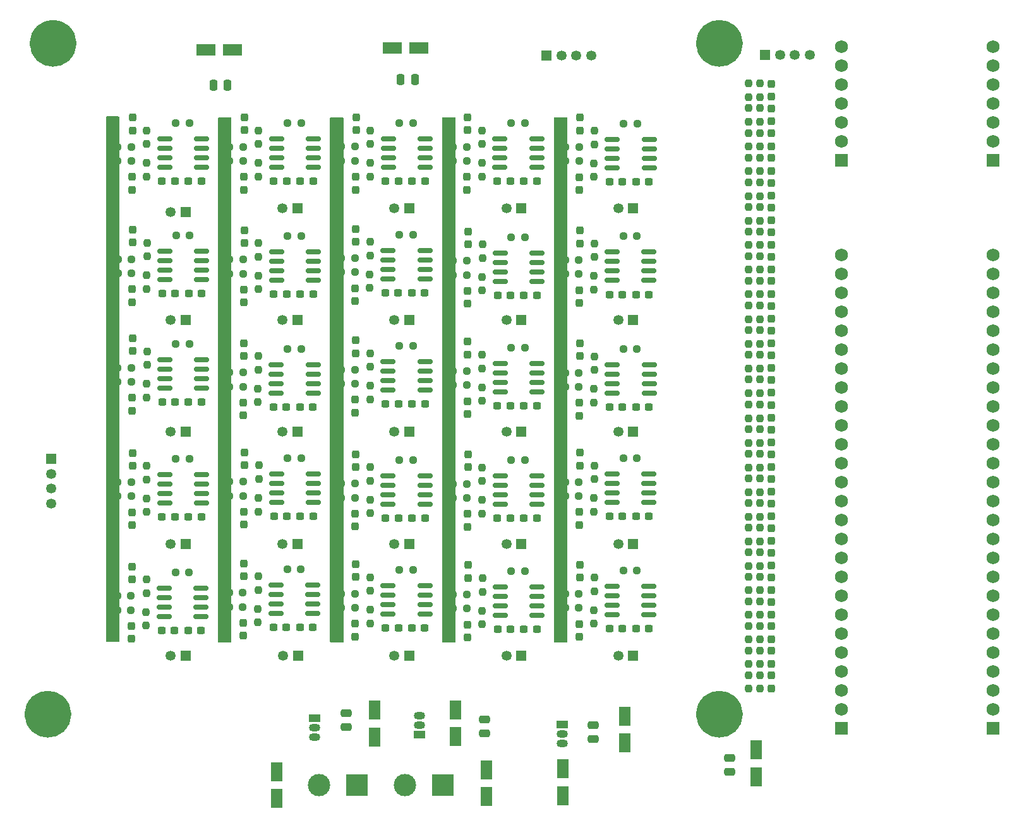
<source format=gbr>
%TF.GenerationSoftware,KiCad,Pcbnew,9.0.4*%
%TF.CreationDate,2025-10-06T13:07:05+13:00*%
%TF.ProjectId,sigProc_esfgrid_cct_IA,73696750-726f-4635-9f65-736667726964,rev?*%
%TF.SameCoordinates,Original*%
%TF.FileFunction,Soldermask,Top*%
%TF.FilePolarity,Negative*%
%FSLAX46Y46*%
G04 Gerber Fmt 4.6, Leading zero omitted, Abs format (unit mm)*
G04 Created by KiCad (PCBNEW 9.0.4) date 2025-10-06 13:07:05*
%MOMM*%
%LPD*%
G01*
G04 APERTURE LIST*
G04 Aperture macros list*
%AMRoundRect*
0 Rectangle with rounded corners*
0 $1 Rounding radius*
0 $2 $3 $4 $5 $6 $7 $8 $9 X,Y pos of 4 corners*
0 Add a 4 corners polygon primitive as box body*
4,1,4,$2,$3,$4,$5,$6,$7,$8,$9,$2,$3,0*
0 Add four circle primitives for the rounded corners*
1,1,$1+$1,$2,$3*
1,1,$1+$1,$4,$5*
1,1,$1+$1,$6,$7*
1,1,$1+$1,$8,$9*
0 Add four rect primitives between the rounded corners*
20,1,$1+$1,$2,$3,$4,$5,0*
20,1,$1+$1,$4,$5,$6,$7,0*
20,1,$1+$1,$6,$7,$8,$9,0*
20,1,$1+$1,$8,$9,$2,$3,0*%
G04 Aperture macros list end*
%ADD10C,3.150000*%
%ADD11R,1.350000X1.350000*%
%ADD12C,1.350000*%
%ADD13RoundRect,0.237500X-0.250000X-0.237500X0.250000X-0.237500X0.250000X0.237500X-0.250000X0.237500X0*%
%ADD14RoundRect,0.237500X-0.237500X0.250000X-0.237500X-0.250000X0.237500X-0.250000X0.237500X0.250000X0*%
%ADD15RoundRect,0.237500X0.237500X-0.250000X0.237500X0.250000X-0.237500X0.250000X-0.237500X-0.250000X0*%
%ADD16RoundRect,0.237500X-0.237500X0.300000X-0.237500X-0.300000X0.237500X-0.300000X0.237500X0.300000X0*%
%ADD17RoundRect,0.237500X-0.300000X-0.237500X0.300000X-0.237500X0.300000X0.237500X-0.300000X0.237500X0*%
%ADD18RoundRect,0.250000X-1.050000X-0.550000X1.050000X-0.550000X1.050000X0.550000X-1.050000X0.550000X0*%
%ADD19RoundRect,0.237500X0.300000X0.237500X-0.300000X0.237500X-0.300000X-0.237500X0.300000X-0.237500X0*%
%ADD20RoundRect,0.250000X-0.550000X1.050000X-0.550000X-1.050000X0.550000X-1.050000X0.550000X1.050000X0*%
%ADD21RoundRect,0.237500X0.237500X-0.300000X0.237500X0.300000X-0.237500X0.300000X-0.237500X-0.300000X0*%
%ADD22RoundRect,0.150000X-0.825000X-0.150000X0.825000X-0.150000X0.825000X0.150000X-0.825000X0.150000X0*%
%ADD23R,1.500000X1.050000*%
%ADD24O,1.500000X1.050000*%
%ADD25C,3.200000*%
%ADD26RoundRect,0.250000X0.475000X-0.250000X0.475000X0.250000X-0.475000X0.250000X-0.475000X-0.250000X0*%
%ADD27RoundRect,0.250000X-0.250000X-0.475000X0.250000X-0.475000X0.250000X0.475000X-0.250000X0.475000X0*%
%ADD28R,3.000000X3.000000*%
%ADD29C,3.000000*%
%ADD30RoundRect,0.250000X0.250000X0.475000X-0.250000X0.475000X-0.250000X-0.475000X0.250000X-0.475000X0*%
%ADD31RoundRect,0.102000X-0.765000X0.765000X-0.765000X-0.765000X0.765000X-0.765000X0.765000X0.765000X0*%
%ADD32C,1.734000*%
%ADD33RoundRect,0.250000X0.550000X-1.050000X0.550000X1.050000X-0.550000X1.050000X-0.550000X-1.050000X0*%
G04 APERTURE END LIST*
D10*
X216882960Y-132619986D02*
G75*
G02*
X213732960Y-132619986I-1575000J0D01*
G01*
X213732960Y-132619986D02*
G75*
G02*
X216882960Y-132619986I1575000J0D01*
G01*
X126882960Y-132619986D02*
G75*
G02*
X123732960Y-132619986I-1575000J0D01*
G01*
X123732960Y-132619986D02*
G75*
G02*
X126882960Y-132619986I1575000J0D01*
G01*
X216882960Y-42619986D02*
G75*
G02*
X213732960Y-42619986I-1575000J0D01*
G01*
X213732960Y-42619986D02*
G75*
G02*
X216882960Y-42619986I1575000J0D01*
G01*
X127575000Y-42619986D02*
G75*
G02*
X124425000Y-42619986I-1575000J0D01*
G01*
X124425000Y-42619986D02*
G75*
G02*
X127575000Y-42619986I1575000J0D01*
G01*
D11*
%TO.C,J30*%
X125775000Y-98350000D03*
D12*
X125775000Y-100350000D03*
X125775000Y-102350000D03*
X125775000Y-104350000D03*
%TD*%
D11*
%TO.C,J29*%
X192125000Y-44300000D03*
D12*
X194125000Y-44300000D03*
X196125000Y-44300000D03*
X198125000Y-44300000D03*
%TD*%
D11*
%TO.C,J28*%
X221425000Y-44175000D03*
D12*
X223425000Y-44175000D03*
X225425000Y-44175000D03*
X227425000Y-44175000D03*
%TD*%
D13*
%TO.C,R20*%
X187402600Y-53322500D03*
X189227600Y-53322500D03*
%TD*%
D14*
%TO.C,R170*%
X220758061Y-117487500D03*
X220758061Y-119312500D03*
%TD*%
D15*
%TO.C,R27*%
X138530000Y-75560000D03*
X138530000Y-73735000D03*
%TD*%
%TO.C,R82*%
X153507500Y-105432500D03*
X153507500Y-103607500D03*
%TD*%
D16*
%TO.C,C88*%
X136497600Y-120797500D03*
X136497600Y-122522500D03*
%TD*%
D11*
%TO.C,J18*%
X143750000Y-109750000D03*
D12*
X141750000Y-109750000D03*
%TD*%
D11*
%TO.C,J6*%
X188750000Y-64750000D03*
D12*
X186750000Y-64750000D03*
%TD*%
D16*
%TO.C,C104*%
X196530000Y-120527500D03*
X196530000Y-122252500D03*
%TD*%
D11*
%TO.C,J27*%
X203750000Y-124750000D03*
D12*
X201750000Y-124750000D03*
%TD*%
D16*
%TO.C,C124*%
X222258061Y-81175000D03*
X222258061Y-82900000D03*
%TD*%
D13*
%TO.C,R38*%
X164605000Y-71450000D03*
X166430000Y-71450000D03*
%TD*%
D14*
%TO.C,R106*%
X153510000Y-114135000D03*
X153510000Y-115960000D03*
%TD*%
D16*
%TO.C,C130*%
X222258061Y-101037500D03*
X222258061Y-102762500D03*
%TD*%
%TO.C,C64*%
X196540000Y-90847500D03*
X196540000Y-92572500D03*
%TD*%
D17*
%TO.C,C105*%
X204127500Y-121120000D03*
X205852500Y-121120000D03*
%TD*%
D18*
%TO.C,C109*%
X146450000Y-43500000D03*
X150050000Y-43500000D03*
%TD*%
D11*
%TO.C,J13*%
X143750000Y-94750000D03*
D12*
X141750000Y-94750000D03*
%TD*%
D19*
%TO.C,C82*%
X187282500Y-106350000D03*
X185557500Y-106350000D03*
%TD*%
D16*
%TO.C,C96*%
X166502500Y-120487500D03*
X166502500Y-122212500D03*
%TD*%
D14*
%TO.C,R167*%
X219258061Y-127387500D03*
X219258061Y-129212500D03*
%TD*%
D20*
%TO.C,C2*%
X184095000Y-140095000D03*
X184095000Y-143695000D03*
%TD*%
D21*
%TO.C,C125*%
X222258061Y-86200000D03*
X222258061Y-84475000D03*
%TD*%
D13*
%TO.C,R53*%
X134675000Y-86130000D03*
X136500000Y-86130000D03*
%TD*%
D16*
%TO.C,C68*%
X136550000Y-105537500D03*
X136550000Y-107262500D03*
%TD*%
D14*
%TO.C,R140*%
X220758061Y-71175000D03*
X220758061Y-73000000D03*
%TD*%
D22*
%TO.C,U22*%
X200920000Y-100420000D03*
X200920000Y-101690000D03*
X200920000Y-102960000D03*
X200920000Y-104230000D03*
X205870000Y-104230000D03*
X205870000Y-102960000D03*
X205870000Y-101690000D03*
X205870000Y-100420000D03*
%TD*%
D15*
%TO.C,R72*%
X198500000Y-90800000D03*
X198500000Y-88975000D03*
%TD*%
D14*
%TO.C,R51*%
X138580000Y-83935000D03*
X138580000Y-85760000D03*
%TD*%
D16*
%TO.C,C55*%
X166590000Y-82462500D03*
X166590000Y-84187500D03*
%TD*%
D19*
%TO.C,C46*%
X202292500Y-76305000D03*
X200567500Y-76305000D03*
%TD*%
D17*
%TO.C,C45*%
X204117500Y-76305000D03*
X205842500Y-76305000D03*
%TD*%
D21*
%TO.C,C131*%
X222258061Y-106062500D03*
X222258061Y-104337500D03*
%TD*%
D15*
%TO.C,R154*%
X220758061Y-96212500D03*
X220758061Y-94387500D03*
%TD*%
%TO.C,R92*%
X183470000Y-105710000D03*
X183470000Y-103885000D03*
%TD*%
D19*
%TO.C,C34*%
X157312500Y-76260000D03*
X155587500Y-76260000D03*
%TD*%
D13*
%TO.C,R113*%
X164617500Y-116450000D03*
X166442500Y-116450000D03*
%TD*%
D16*
%TO.C,C79*%
X181590000Y-97777500D03*
X181590000Y-99502500D03*
%TD*%
D15*
%TO.C,R149*%
X219258061Y-86250000D03*
X219258061Y-84425000D03*
%TD*%
D14*
%TO.C,R159*%
X219258061Y-100987500D03*
X219258061Y-102812500D03*
%TD*%
D13*
%TO.C,R94*%
X179627500Y-103610000D03*
X181452500Y-103610000D03*
%TD*%
D19*
%TO.C,C42*%
X187292500Y-76420000D03*
X185567500Y-76420000D03*
%TD*%
D13*
%TO.C,R79*%
X134667500Y-103390000D03*
X136492500Y-103390000D03*
%TD*%
D16*
%TO.C,C7*%
X136627600Y-52567500D03*
X136627600Y-54292500D03*
%TD*%
D13*
%TO.C,R25*%
X202455000Y-53370000D03*
X204280000Y-53370000D03*
%TD*%
D17*
%TO.C,C85*%
X204117500Y-106100000D03*
X205842500Y-106100000D03*
%TD*%
D21*
%TO.C,C116*%
X222258061Y-56412500D03*
X222258061Y-54687500D03*
%TD*%
D23*
%TO.C,U1*%
X161075000Y-133145000D03*
D24*
X161075000Y-134415000D03*
X161075000Y-135685000D03*
%TD*%
D15*
%TO.C,R57*%
X153470000Y-90780000D03*
X153470000Y-88955000D03*
%TD*%
D13*
%TO.C,R88*%
X164625000Y-101690000D03*
X166450000Y-101690000D03*
%TD*%
%TO.C,R28*%
X134685000Y-71570000D03*
X136510000Y-71570000D03*
%TD*%
%TO.C,R43*%
X179635000Y-71790000D03*
X181460000Y-71790000D03*
%TD*%
D16*
%TO.C,C83*%
X196600000Y-97527500D03*
X196600000Y-99252500D03*
%TD*%
D19*
%TO.C,C54*%
X157282500Y-91420000D03*
X155557500Y-91420000D03*
%TD*%
D14*
%TO.C,R76*%
X138570000Y-99305000D03*
X138570000Y-101130000D03*
%TD*%
D13*
%TO.C,R10*%
X157442600Y-53327500D03*
X159267600Y-53327500D03*
%TD*%
D14*
%TO.C,R41*%
X183540000Y-69595000D03*
X183540000Y-71420000D03*
%TD*%
D17*
%TO.C,C17*%
X174122500Y-61120000D03*
X175847500Y-61120000D03*
%TD*%
D22*
%TO.C,U21*%
X185910000Y-100670000D03*
X185910000Y-101940000D03*
X185910000Y-103210000D03*
X185910000Y-104480000D03*
X190860000Y-104480000D03*
X190860000Y-103210000D03*
X190860000Y-101940000D03*
X190860000Y-100670000D03*
%TD*%
D25*
%TO.C,REF\u002A\u002A*%
X125307960Y-132619986D03*
%TD*%
D17*
%TO.C,C37*%
X174087500Y-76080000D03*
X175812500Y-76080000D03*
%TD*%
D14*
%TO.C,R31*%
X153560000Y-69435000D03*
X153560000Y-71260000D03*
%TD*%
D13*
%TO.C,R73*%
X194655000Y-86810000D03*
X196480000Y-86810000D03*
%TD*%
%TO.C,R84*%
X149665000Y-103332500D03*
X151490000Y-103332500D03*
%TD*%
%TO.C,R99*%
X194637500Y-103360000D03*
X196462500Y-103360000D03*
%TD*%
D16*
%TO.C,C8*%
X136547600Y-60547500D03*
X136547600Y-62272500D03*
%TD*%
D13*
%TO.C,R40*%
X172395000Y-68280000D03*
X174220000Y-68280000D03*
%TD*%
D17*
%TO.C,C41*%
X189117500Y-76420000D03*
X190842500Y-76420000D03*
%TD*%
D16*
%TO.C,C92*%
X151490000Y-120367500D03*
X151490000Y-122092500D03*
%TD*%
D21*
%TO.C,C136*%
X222258061Y-119262500D03*
X222258061Y-117537500D03*
%TD*%
D16*
%TO.C,C137*%
X222258061Y-120837500D03*
X222258061Y-122562500D03*
%TD*%
D14*
%TO.C,R144*%
X220758061Y-77825000D03*
X220758061Y-79650000D03*
%TD*%
D19*
%TO.C,C74*%
X157320000Y-106072500D03*
X155595000Y-106072500D03*
%TD*%
D14*
%TO.C,R66*%
X183525000Y-84395000D03*
X183525000Y-86220000D03*
%TD*%
%TO.C,R156*%
X220758061Y-97687500D03*
X220758061Y-99512500D03*
%TD*%
D11*
%TO.C,J25*%
X173750000Y-124750000D03*
D12*
X171750000Y-124750000D03*
%TD*%
D19*
%TO.C,C106*%
X202302500Y-121120000D03*
X200577500Y-121120000D03*
%TD*%
D15*
%TO.C,R145*%
X219258061Y-79650000D03*
X219258061Y-77825000D03*
%TD*%
D11*
%TO.C,J19*%
X158750000Y-109750000D03*
D12*
X156750000Y-109750000D03*
%TD*%
D16*
%TO.C,C27*%
X136650000Y-67627500D03*
X136650000Y-69352500D03*
%TD*%
D13*
%TO.C,R33*%
X149655000Y-71630000D03*
X151480000Y-71630000D03*
%TD*%
D15*
%TO.C,R150*%
X220758061Y-89550000D03*
X220758061Y-87725000D03*
%TD*%
D16*
%TO.C,C24*%
X196550000Y-60577500D03*
X196550000Y-62302500D03*
%TD*%
D14*
%TO.C,R101*%
X138517600Y-114565000D03*
X138517600Y-116390000D03*
%TD*%
D13*
%TO.C,R114*%
X164620000Y-118340000D03*
X166445000Y-118340000D03*
%TD*%
D26*
%TO.C,C139*%
X216675000Y-140375000D03*
X216675000Y-138475000D03*
%TD*%
D21*
%TO.C,C127*%
X222258061Y-92862500D03*
X222258061Y-91137500D03*
%TD*%
D16*
%TO.C,C91*%
X151570000Y-112387500D03*
X151570000Y-114112500D03*
%TD*%
D27*
%TO.C,C108*%
X172600000Y-47500000D03*
X174500000Y-47500000D03*
%TD*%
D22*
%TO.C,U10*%
X170890000Y-70400000D03*
X170890000Y-71670000D03*
X170890000Y-72940000D03*
X170890000Y-74210000D03*
X175840000Y-74210000D03*
X175840000Y-72940000D03*
X175840000Y-71670000D03*
X175840000Y-70400000D03*
%TD*%
%TO.C,U19*%
X155947500Y-100392500D03*
X155947500Y-101662500D03*
X155947500Y-102932500D03*
X155947500Y-104202500D03*
X160897500Y-104202500D03*
X160897500Y-102932500D03*
X160897500Y-101662500D03*
X160897500Y-100392500D03*
%TD*%
%TO.C,U15*%
X170910000Y-85355000D03*
X170910000Y-86625000D03*
X170910000Y-87895000D03*
X170910000Y-89165000D03*
X175860000Y-89165000D03*
X175860000Y-87895000D03*
X175860000Y-86625000D03*
X175860000Y-85355000D03*
%TD*%
D23*
%TO.C,U29*%
X194250000Y-133980000D03*
D24*
X194250000Y-135250000D03*
X194250000Y-136520000D03*
%TD*%
D14*
%TO.C,R61*%
X168530000Y-84210000D03*
X168530000Y-86035000D03*
%TD*%
D13*
%TO.C,R104*%
X134615100Y-118650000D03*
X136440100Y-118650000D03*
%TD*%
D22*
%TO.C,U23*%
X140897600Y-115710000D03*
X140897600Y-116980000D03*
X140897600Y-118250000D03*
X140897600Y-119520000D03*
X145847600Y-119520000D03*
X145847600Y-118250000D03*
X145847600Y-116980000D03*
X145847600Y-115710000D03*
%TD*%
D19*
%TO.C,C22*%
X187270100Y-61122500D03*
X185545100Y-61122500D03*
%TD*%
D15*
%TO.C,R162*%
X220758061Y-109412500D03*
X220758061Y-107587500D03*
%TD*%
D14*
%TO.C,R56*%
X153530000Y-84595000D03*
X153530000Y-86420000D03*
%TD*%
D13*
%TO.C,R15*%
X172430000Y-53320000D03*
X174255000Y-53320000D03*
%TD*%
D16*
%TO.C,C132*%
X222258061Y-107637500D03*
X222258061Y-109362500D03*
%TD*%
D11*
%TO.C,J16*%
X188750000Y-94750000D03*
D12*
X186750000Y-94750000D03*
%TD*%
D16*
%TO.C,C75*%
X166590000Y-97747500D03*
X166590000Y-99472500D03*
%TD*%
D14*
%TO.C,R6*%
X153557600Y-54302500D03*
X153557600Y-56127500D03*
%TD*%
D17*
%TO.C,C89*%
X144095100Y-121390000D03*
X145820100Y-121390000D03*
%TD*%
D11*
%TO.C,J8*%
X143750000Y-79750000D03*
D12*
X141750000Y-79750000D03*
%TD*%
D15*
%TO.C,R157*%
X219258061Y-99512500D03*
X219258061Y-97687500D03*
%TD*%
D19*
%TO.C,C50*%
X142332500Y-90760000D03*
X140607500Y-90760000D03*
%TD*%
D26*
%TO.C,C4*%
X183805000Y-135195000D03*
X183805000Y-133295000D03*
%TD*%
D15*
%TO.C,R52*%
X138520000Y-90120000D03*
X138520000Y-88295000D03*
%TD*%
D19*
%TO.C,C14*%
X157310100Y-61127500D03*
X155585100Y-61127500D03*
%TD*%
D15*
%TO.C,R122*%
X198490000Y-120480000D03*
X198490000Y-118655000D03*
%TD*%
D14*
%TO.C,R126*%
X220758061Y-47987500D03*
X220758061Y-49812500D03*
%TD*%
%TO.C,R151*%
X219258061Y-87725000D03*
X219258061Y-89550000D03*
%TD*%
D13*
%TO.C,R45*%
X187425000Y-68620000D03*
X189250000Y-68620000D03*
%TD*%
D28*
%TO.C,J2*%
X178215000Y-142155000D03*
D29*
X173135000Y-142155000D03*
%TD*%
D15*
%TO.C,R47*%
X198480000Y-75665000D03*
X198480000Y-73840000D03*
%TD*%
D21*
%TO.C,C133*%
X222258061Y-112662500D03*
X222258061Y-110937500D03*
%TD*%
D13*
%TO.C,R18*%
X179612600Y-56492500D03*
X181437600Y-56492500D03*
%TD*%
D16*
%TO.C,C32*%
X151540000Y-75667500D03*
X151540000Y-77392500D03*
%TD*%
D15*
%TO.C,R161*%
X219258061Y-106112500D03*
X219258061Y-104287500D03*
%TD*%
D16*
%TO.C,C15*%
X166605000Y-52547500D03*
X166605000Y-54272500D03*
%TD*%
D14*
%TO.C,R71*%
X198560000Y-84615000D03*
X198560000Y-86440000D03*
%TD*%
D22*
%TO.C,U9*%
X155940000Y-70580000D03*
X155940000Y-71850000D03*
X155940000Y-73120000D03*
X155940000Y-74390000D03*
X160890000Y-74390000D03*
X160890000Y-73120000D03*
X160890000Y-71850000D03*
X160890000Y-70580000D03*
%TD*%
D13*
%TO.C,R14*%
X164642500Y-58380000D03*
X166467500Y-58380000D03*
%TD*%
D16*
%TO.C,C20*%
X181497600Y-60530000D03*
X181497600Y-62255000D03*
%TD*%
D15*
%TO.C,R137*%
X219258061Y-66400000D03*
X219258061Y-64575000D03*
%TD*%
D13*
%TO.C,R39*%
X164607500Y-73340000D03*
X166432500Y-73340000D03*
%TD*%
D16*
%TO.C,C87*%
X136577600Y-112817500D03*
X136577600Y-114542500D03*
%TD*%
D13*
%TO.C,R19*%
X179615100Y-58382500D03*
X181440100Y-58382500D03*
%TD*%
D19*
%TO.C,C78*%
X172282500Y-106320000D03*
X170557500Y-106320000D03*
%TD*%
D26*
%TO.C,C3*%
X165275000Y-134345000D03*
X165275000Y-132445000D03*
%TD*%
D14*
%TO.C,R86*%
X168530000Y-99495000D03*
X168530000Y-101320000D03*
%TD*%
D15*
%TO.C,R175*%
X219258061Y-125912500D03*
X219258061Y-124087500D03*
%TD*%
D16*
%TO.C,C48*%
X136560000Y-90167500D03*
X136560000Y-91892500D03*
%TD*%
D17*
%TO.C,C21*%
X189095100Y-61122500D03*
X190820100Y-61122500D03*
%TD*%
D16*
%TO.C,C52*%
X151510000Y-90827500D03*
X151510000Y-92552500D03*
%TD*%
D13*
%TO.C,R49*%
X194637500Y-73565000D03*
X196462500Y-73565000D03*
%TD*%
D20*
%TO.C,C1*%
X155935000Y-140345000D03*
X155935000Y-143945000D03*
%TD*%
D15*
%TO.C,R77*%
X138510000Y-105490000D03*
X138510000Y-103665000D03*
%TD*%
D13*
%TO.C,R118*%
X179635000Y-116560000D03*
X181460000Y-116560000D03*
%TD*%
%TO.C,R103*%
X134612600Y-116760000D03*
X136437600Y-116760000D03*
%TD*%
D11*
%TO.C,J14*%
X158750000Y-94750000D03*
D12*
X156750000Y-94750000D03*
%TD*%
D15*
%TO.C,R97*%
X198480000Y-105460000D03*
X198480000Y-103635000D03*
%TD*%
D13*
%TO.C,R35*%
X157445000Y-68460000D03*
X159270000Y-68460000D03*
%TD*%
D11*
%TO.C,J17*%
X203750000Y-94750000D03*
D12*
X201750000Y-94750000D03*
%TD*%
D19*
%TO.C,C38*%
X172262500Y-76080000D03*
X170537500Y-76080000D03*
%TD*%
D15*
%TO.C,R32*%
X153500000Y-75620000D03*
X153500000Y-73795000D03*
%TD*%
D14*
%TO.C,R152*%
X220758061Y-91087500D03*
X220758061Y-92912500D03*
%TD*%
D16*
%TO.C,C67*%
X136630000Y-97557500D03*
X136630000Y-99282500D03*
%TD*%
%TO.C,C43*%
X196600000Y-67732500D03*
X196600000Y-69457500D03*
%TD*%
D14*
%TO.C,R169*%
X219258061Y-114187500D03*
X219258061Y-116012500D03*
%TD*%
%TO.C,R11*%
X168545000Y-54295000D03*
X168545000Y-56120000D03*
%TD*%
D19*
%TO.C,C30*%
X142342500Y-76200000D03*
X140617500Y-76200000D03*
%TD*%
D17*
%TO.C,C49*%
X144157500Y-90760000D03*
X145882500Y-90760000D03*
%TD*%
D11*
%TO.C,J20*%
X173750000Y-109750000D03*
D12*
X171750000Y-109750000D03*
%TD*%
D22*
%TO.C,U26*%
X185920000Y-115510000D03*
X185920000Y-116780000D03*
X185920000Y-118050000D03*
X185920000Y-119320000D03*
X190870000Y-119320000D03*
X190870000Y-118050000D03*
X190870000Y-116780000D03*
X190870000Y-115510000D03*
%TD*%
D14*
%TO.C,R155*%
X219258061Y-94387500D03*
X219258061Y-96212500D03*
%TD*%
D23*
%TO.C,U2*%
X175145000Y-135395000D03*
D24*
X175145000Y-134125000D03*
X175145000Y-132855000D03*
%TD*%
D13*
%TO.C,R100*%
X202425000Y-98300000D03*
X204250000Y-98300000D03*
%TD*%
D16*
%TO.C,C31*%
X151620000Y-67687500D03*
X151620000Y-69412500D03*
%TD*%
D22*
%TO.C,U27*%
X200930000Y-115440000D03*
X200930000Y-116710000D03*
X200930000Y-117980000D03*
X200930000Y-119250000D03*
X205880000Y-119250000D03*
X205880000Y-117980000D03*
X205880000Y-116710000D03*
X205880000Y-115440000D03*
%TD*%
%TO.C,U8*%
X140970000Y-70520000D03*
X140970000Y-71790000D03*
X140970000Y-73060000D03*
X140970000Y-74330000D03*
X145920000Y-74330000D03*
X145920000Y-73060000D03*
X145920000Y-71790000D03*
X145920000Y-70520000D03*
%TD*%
D13*
%TO.C,R95*%
X187415000Y-98550000D03*
X189240000Y-98550000D03*
%TD*%
D28*
%TO.C,J1*%
X166705000Y-142165000D03*
D29*
X161625000Y-142165000D03*
%TD*%
D14*
%TO.C,R96*%
X198540000Y-99275000D03*
X198540000Y-101100000D03*
%TD*%
D11*
%TO.C,J11*%
X188750000Y-79750000D03*
D12*
X186750000Y-79750000D03*
%TD*%
D22*
%TO.C,U16*%
X185905000Y-85540000D03*
X185905000Y-86810000D03*
X185905000Y-88080000D03*
X185905000Y-89350000D03*
X190855000Y-89350000D03*
X190855000Y-88080000D03*
X190855000Y-86810000D03*
X190855000Y-85540000D03*
%TD*%
%TO.C,U14*%
X155910000Y-85740000D03*
X155910000Y-87010000D03*
X155910000Y-88280000D03*
X155910000Y-89550000D03*
X160860000Y-89550000D03*
X160860000Y-88280000D03*
X160860000Y-87010000D03*
X160860000Y-85740000D03*
%TD*%
D17*
%TO.C,C65*%
X204137500Y-91440000D03*
X205862500Y-91440000D03*
%TD*%
D16*
%TO.C,C72*%
X151547500Y-105480000D03*
X151547500Y-107205000D03*
%TD*%
%TO.C,C19*%
X181577600Y-52550000D03*
X181577600Y-54275000D03*
%TD*%
D15*
%TO.C,R107*%
X153450000Y-120320000D03*
X153450000Y-118495000D03*
%TD*%
D14*
%TO.C,R174*%
X220758061Y-124087500D03*
X220758061Y-125912500D03*
%TD*%
D13*
%TO.C,R119*%
X179637500Y-118450000D03*
X181462500Y-118450000D03*
%TD*%
D16*
%TO.C,C16*%
X166525000Y-60527500D03*
X166525000Y-62252500D03*
%TD*%
D26*
%TO.C,C112*%
X198360000Y-135950000D03*
X198360000Y-134050000D03*
%TD*%
D16*
%TO.C,C71*%
X151627500Y-97500000D03*
X151627500Y-99225000D03*
%TD*%
D13*
%TO.C,R123*%
X194645000Y-116490000D03*
X196470000Y-116490000D03*
%TD*%
D17*
%TO.C,C9*%
X144145100Y-61140000D03*
X145870100Y-61140000D03*
%TD*%
D14*
%TO.C,R26*%
X138590000Y-69375000D03*
X138590000Y-71200000D03*
%TD*%
D15*
%TO.C,R141*%
X219258061Y-73000000D03*
X219258061Y-71175000D03*
%TD*%
D14*
%TO.C,R147*%
X219258061Y-81125000D03*
X219258061Y-82950000D03*
%TD*%
D16*
%TO.C,C115*%
X222258061Y-51375000D03*
X222258061Y-53100000D03*
%TD*%
D11*
%TO.C,J4*%
X158750000Y-64750000D03*
D12*
X156750000Y-64750000D03*
%TD*%
D13*
%TO.C,R34*%
X149657500Y-73520000D03*
X151482500Y-73520000D03*
%TD*%
%TO.C,R108*%
X149587500Y-116330000D03*
X151412500Y-116330000D03*
%TD*%
%TO.C,R124*%
X194647500Y-118380000D03*
X196472500Y-118380000D03*
%TD*%
D30*
%TO.C,C107*%
X149400000Y-48250000D03*
X147500000Y-48250000D03*
%TD*%
D17*
%TO.C,C33*%
X159137500Y-76260000D03*
X160862500Y-76260000D03*
%TD*%
D16*
%TO.C,C47*%
X136640000Y-82187500D03*
X136640000Y-83912500D03*
%TD*%
%TO.C,C56*%
X166510000Y-90442500D03*
X166510000Y-92167500D03*
%TD*%
D14*
%TO.C,R91*%
X183530000Y-99525000D03*
X183530000Y-101350000D03*
%TD*%
D16*
%TO.C,C28*%
X136570000Y-75607500D03*
X136570000Y-77332500D03*
%TD*%
D13*
%TO.C,R93*%
X179625000Y-101720000D03*
X181450000Y-101720000D03*
%TD*%
D17*
%TO.C,C97*%
X174100000Y-121080000D03*
X175825000Y-121080000D03*
%TD*%
D21*
%TO.C,C121*%
X222258061Y-72950000D03*
X222258061Y-71225000D03*
%TD*%
D22*
%TO.C,U25*%
X170902500Y-115400000D03*
X170902500Y-116670000D03*
X170902500Y-117940000D03*
X170902500Y-119210000D03*
X175852500Y-119210000D03*
X175852500Y-117940000D03*
X175852500Y-116670000D03*
X175852500Y-115400000D03*
%TD*%
D13*
%TO.C,R30*%
X142475000Y-68400000D03*
X144300000Y-68400000D03*
%TD*%
D15*
%TO.C,R22*%
X198510000Y-60530000D03*
X198510000Y-58705000D03*
%TD*%
D22*
%TO.C,U24*%
X155890000Y-115280000D03*
X155890000Y-116550000D03*
X155890000Y-117820000D03*
X155890000Y-119090000D03*
X160840000Y-119090000D03*
X160840000Y-117820000D03*
X160840000Y-116550000D03*
X160840000Y-115280000D03*
%TD*%
D16*
%TO.C,C117*%
X222258061Y-58012500D03*
X222258061Y-59737500D03*
%TD*%
D20*
%TO.C,C111*%
X194360000Y-139950000D03*
X194360000Y-143550000D03*
%TD*%
D15*
%TO.C,R142*%
X220758061Y-76300000D03*
X220758061Y-74475000D03*
%TD*%
D17*
%TO.C,C25*%
X204147500Y-61170000D03*
X205872500Y-61170000D03*
%TD*%
D14*
%TO.C,R160*%
X220758061Y-104287500D03*
X220758061Y-106112500D03*
%TD*%
D17*
%TO.C,C73*%
X159145000Y-106072500D03*
X160870000Y-106072500D03*
%TD*%
%TO.C,C61*%
X189102500Y-91220000D03*
X190827500Y-91220000D03*
%TD*%
D13*
%TO.C,R74*%
X194657500Y-88700000D03*
X196482500Y-88700000D03*
%TD*%
D16*
%TO.C,C36*%
X166490000Y-75487500D03*
X166490000Y-77212500D03*
%TD*%
D13*
%TO.C,R23*%
X194665000Y-56540000D03*
X196490000Y-56540000D03*
%TD*%
%TO.C,R58*%
X149625000Y-86790000D03*
X151450000Y-86790000D03*
%TD*%
D15*
%TO.C,R165*%
X219258061Y-112712500D03*
X219258061Y-110887500D03*
%TD*%
D13*
%TO.C,R85*%
X157452500Y-98272500D03*
X159277500Y-98272500D03*
%TD*%
D16*
%TO.C,C40*%
X181520000Y-75827500D03*
X181520000Y-77552500D03*
%TD*%
D22*
%TO.C,U7*%
X200950000Y-55490000D03*
X200950000Y-56760000D03*
X200950000Y-58030000D03*
X200950000Y-59300000D03*
X205900000Y-59300000D03*
X205900000Y-58030000D03*
X205900000Y-56760000D03*
X205900000Y-55490000D03*
%TD*%
D16*
%TO.C,C95*%
X166582500Y-112507500D03*
X166582500Y-114232500D03*
%TD*%
%TO.C,C80*%
X181510000Y-105757500D03*
X181510000Y-107482500D03*
%TD*%
D22*
%TO.C,U20*%
X170910000Y-100640000D03*
X170910000Y-101910000D03*
X170910000Y-103180000D03*
X170910000Y-104450000D03*
X175860000Y-104450000D03*
X175860000Y-103180000D03*
X175860000Y-101910000D03*
X175860000Y-100640000D03*
%TD*%
D16*
%TO.C,C39*%
X181600000Y-67847500D03*
X181600000Y-69572500D03*
%TD*%
%TO.C,C128*%
X222258061Y-94437500D03*
X222258061Y-96162500D03*
%TD*%
D14*
%TO.C,R16*%
X183517600Y-54297500D03*
X183517600Y-56122500D03*
%TD*%
D16*
%TO.C,C35*%
X166570000Y-67507500D03*
X166570000Y-69232500D03*
%TD*%
D11*
%TO.C,J9*%
X158750000Y-79750000D03*
D12*
X156750000Y-79750000D03*
%TD*%
D25*
%TO.C,REF\u002A\u002A*%
X215307960Y-42619986D03*
%TD*%
D16*
%TO.C,C12*%
X151537600Y-60535000D03*
X151537600Y-62260000D03*
%TD*%
D22*
%TO.C,U3*%
X140947600Y-55460000D03*
X140947600Y-56730000D03*
X140947600Y-58000000D03*
X140947600Y-59270000D03*
X145897600Y-59270000D03*
X145897600Y-58000000D03*
X145897600Y-56730000D03*
X145897600Y-55460000D03*
%TD*%
D16*
%TO.C,C51*%
X151590000Y-82847500D03*
X151590000Y-84572500D03*
%TD*%
D22*
%TO.C,U17*%
X200940000Y-85760000D03*
X200940000Y-87030000D03*
X200940000Y-88300000D03*
X200940000Y-89570000D03*
X205890000Y-89570000D03*
X205890000Y-88300000D03*
X205890000Y-87030000D03*
X205890000Y-85760000D03*
%TD*%
D13*
%TO.C,R13*%
X164640000Y-56490000D03*
X166465000Y-56490000D03*
%TD*%
D31*
%TO.C,U28*%
X252000000Y-134500000D03*
D32*
X252000000Y-131960000D03*
X252000000Y-129420000D03*
X252000000Y-126880000D03*
X252000000Y-124340000D03*
X252000000Y-121800000D03*
X252000000Y-119260000D03*
X252000000Y-116720000D03*
X252000000Y-114180000D03*
X252000000Y-111640000D03*
X252000000Y-109100000D03*
X252000000Y-106560000D03*
X252000000Y-104020000D03*
X252000000Y-101480000D03*
X252000000Y-98940000D03*
X252000000Y-96400000D03*
X252000000Y-93860000D03*
X252000000Y-91320000D03*
X252000000Y-88780000D03*
X252000000Y-86240000D03*
X252000000Y-83700000D03*
X252000000Y-81160000D03*
X252000000Y-78620000D03*
X252000000Y-76080000D03*
X252000000Y-73540000D03*
X252000000Y-71000000D03*
D31*
X231680000Y-134500000D03*
D32*
X231680000Y-131960000D03*
X231680000Y-129420000D03*
X231680000Y-126880000D03*
X231680000Y-124340000D03*
X231680000Y-121800000D03*
X231680000Y-119260000D03*
X231680000Y-116720000D03*
X231680000Y-114180000D03*
X231680000Y-111640000D03*
X231680000Y-109100000D03*
X231680000Y-106560000D03*
X231680000Y-104020000D03*
X231680000Y-101480000D03*
X231680000Y-98940000D03*
X231680000Y-96400000D03*
X231680000Y-93860000D03*
X231680000Y-91320000D03*
X231680000Y-88780000D03*
X231680000Y-86240000D03*
X231680000Y-83700000D03*
X231680000Y-81160000D03*
X231680000Y-78620000D03*
X231680000Y-76080000D03*
X231680000Y-73540000D03*
X231680000Y-71000000D03*
D31*
X231680000Y-58300000D03*
D32*
X231680000Y-55760000D03*
X231680000Y-53220000D03*
X231680000Y-50680000D03*
X231680000Y-48140000D03*
X231680000Y-45600000D03*
X231680000Y-43060000D03*
D31*
X252000000Y-58300000D03*
D32*
X252000000Y-55760000D03*
X252000000Y-53220000D03*
X252000000Y-50680000D03*
X252000000Y-48140000D03*
X252000000Y-45600000D03*
X252000000Y-43060000D03*
%TD*%
D15*
%TO.C,R42*%
X183480000Y-75780000D03*
X183480000Y-73955000D03*
%TD*%
%TO.C,R132*%
X220758061Y-59787500D03*
X220758061Y-57962500D03*
%TD*%
D19*
%TO.C,C102*%
X187292500Y-121190000D03*
X185567500Y-121190000D03*
%TD*%
D17*
%TO.C,C81*%
X189107500Y-106350000D03*
X190832500Y-106350000D03*
%TD*%
D16*
%TO.C,C44*%
X196520000Y-75712500D03*
X196520000Y-77437500D03*
%TD*%
D14*
%TO.C,R121*%
X198550000Y-114295000D03*
X198550000Y-116120000D03*
%TD*%
D13*
%TO.C,R90*%
X172415000Y-98520000D03*
X174240000Y-98520000D03*
%TD*%
D14*
%TO.C,R111*%
X168522500Y-114255000D03*
X168522500Y-116080000D03*
%TD*%
D15*
%TO.C,R87*%
X168470000Y-105680000D03*
X168470000Y-103855000D03*
%TD*%
%TO.C,R12*%
X168485000Y-60480000D03*
X168485000Y-58655000D03*
%TD*%
D14*
%TO.C,R139*%
X219258061Y-67875000D03*
X219258061Y-69700000D03*
%TD*%
D11*
%TO.C,J21*%
X188750000Y-109750000D03*
D12*
X186750000Y-109750000D03*
%TD*%
D20*
%TO.C,C5*%
X169095000Y-132085000D03*
X169095000Y-135685000D03*
%TD*%
D13*
%TO.C,R55*%
X142465000Y-82960000D03*
X144290000Y-82960000D03*
%TD*%
D21*
%TO.C,C114*%
X222258061Y-49787500D03*
X222258061Y-48062500D03*
%TD*%
D15*
%TO.C,R166*%
X220758061Y-129212500D03*
X220758061Y-127387500D03*
%TD*%
D14*
%TO.C,R163*%
X219258061Y-107587500D03*
X219258061Y-109412500D03*
%TD*%
D15*
%TO.C,R67*%
X183465000Y-90580000D03*
X183465000Y-88755000D03*
%TD*%
D20*
%TO.C,C113*%
X202610000Y-132900000D03*
X202610000Y-136500000D03*
%TD*%
D13*
%TO.C,R98*%
X194635000Y-101470000D03*
X196460000Y-101470000D03*
%TD*%
D17*
%TO.C,C69*%
X144147500Y-106130000D03*
X145872500Y-106130000D03*
%TD*%
D15*
%TO.C,R153*%
X219258061Y-92912500D03*
X219258061Y-91087500D03*
%TD*%
D21*
%TO.C,C138*%
X222258061Y-125862500D03*
X222258061Y-124137500D03*
%TD*%
D22*
%TO.C,U5*%
X170925000Y-55440000D03*
X170925000Y-56710000D03*
X170925000Y-57980000D03*
X170925000Y-59250000D03*
X175875000Y-59250000D03*
X175875000Y-57980000D03*
X175875000Y-56710000D03*
X175875000Y-55440000D03*
%TD*%
D13*
%TO.C,R3*%
X134662600Y-56510000D03*
X136487600Y-56510000D03*
%TD*%
D14*
%TO.C,R143*%
X219258061Y-74475000D03*
X219258061Y-76300000D03*
%TD*%
D13*
%TO.C,R80*%
X142455000Y-98330000D03*
X144280000Y-98330000D03*
%TD*%
D15*
%TO.C,R37*%
X168450000Y-75440000D03*
X168450000Y-73615000D03*
%TD*%
%TO.C,R146*%
X220758061Y-82950000D03*
X220758061Y-81125000D03*
%TD*%
D16*
%TO.C,C122*%
X222258061Y-74525000D03*
X222258061Y-76250000D03*
%TD*%
D21*
%TO.C,C119*%
X222258061Y-66350000D03*
X222258061Y-64625000D03*
%TD*%
D11*
%TO.C,J7*%
X203750000Y-64750000D03*
D12*
X201750000Y-64750000D03*
%TD*%
D21*
%TO.C,C123*%
X222258061Y-79600000D03*
X222258061Y-77875000D03*
%TD*%
D16*
%TO.C,C11*%
X151617600Y-52555000D03*
X151617600Y-54280000D03*
%TD*%
D22*
%TO.C,U13*%
X140960000Y-85080000D03*
X140960000Y-86350000D03*
X140960000Y-87620000D03*
X140960000Y-88890000D03*
X145910000Y-88890000D03*
X145910000Y-87620000D03*
X145910000Y-86350000D03*
X145910000Y-85080000D03*
%TD*%
D14*
%TO.C,R130*%
X220758061Y-54637500D03*
X220758061Y-56462500D03*
%TD*%
D16*
%TO.C,C63*%
X196620000Y-82867500D03*
X196620000Y-84592500D03*
%TD*%
D11*
%TO.C,J5*%
X173750000Y-64750000D03*
D12*
X171750000Y-64750000D03*
%TD*%
D15*
%TO.C,R171*%
X219258061Y-119312500D03*
X219258061Y-117487500D03*
%TD*%
%TO.C,R158*%
X220758061Y-102812500D03*
X220758061Y-100987500D03*
%TD*%
D11*
%TO.C,J3*%
X143750000Y-65250000D03*
D12*
X141750000Y-65250000D03*
%TD*%
D33*
%TO.C,C6*%
X179915000Y-135645000D03*
X179915000Y-132045000D03*
%TD*%
D15*
%TO.C,R172*%
X220758061Y-122612500D03*
X220758061Y-120787500D03*
%TD*%
D14*
%TO.C,R129*%
X219258061Y-51325000D03*
X219258061Y-53150000D03*
%TD*%
D17*
%TO.C,C57*%
X174107500Y-91035000D03*
X175832500Y-91035000D03*
%TD*%
D13*
%TO.C,R65*%
X172415000Y-83235000D03*
X174240000Y-83235000D03*
%TD*%
D16*
%TO.C,C135*%
X222258061Y-114237500D03*
X222258061Y-115962500D03*
%TD*%
D13*
%TO.C,R78*%
X134665000Y-101500000D03*
X136490000Y-101500000D03*
%TD*%
D14*
%TO.C,R1*%
X138567600Y-54315000D03*
X138567600Y-56140000D03*
%TD*%
%TO.C,R46*%
X198540000Y-69480000D03*
X198540000Y-71305000D03*
%TD*%
%TO.C,R21*%
X198570000Y-54345000D03*
X198570000Y-56170000D03*
%TD*%
%TO.C,R116*%
X183540000Y-114365000D03*
X183540000Y-116190000D03*
%TD*%
D13*
%TO.C,R8*%
X149652600Y-56497500D03*
X151477600Y-56497500D03*
%TD*%
%TO.C,R24*%
X194667500Y-58430000D03*
X196492500Y-58430000D03*
%TD*%
D14*
%TO.C,R133*%
X219258061Y-57962500D03*
X219258061Y-59787500D03*
%TD*%
D17*
%TO.C,C13*%
X159135100Y-61127500D03*
X160860100Y-61127500D03*
%TD*%
D14*
%TO.C,R36*%
X168510000Y-69255000D03*
X168510000Y-71080000D03*
%TD*%
D17*
%TO.C,C53*%
X159107500Y-91420000D03*
X160832500Y-91420000D03*
%TD*%
D15*
%TO.C,R131*%
X219258061Y-56462500D03*
X219258061Y-54637500D03*
%TD*%
D19*
%TO.C,C26*%
X202322500Y-61170000D03*
X200597500Y-61170000D03*
%TD*%
D16*
%TO.C,C134*%
X222258061Y-127437500D03*
X222258061Y-129162500D03*
%TD*%
D14*
%TO.C,R81*%
X153567500Y-99247500D03*
X153567500Y-101072500D03*
%TD*%
D22*
%TO.C,U11*%
X185920000Y-70740000D03*
X185920000Y-72010000D03*
X185920000Y-73280000D03*
X185920000Y-74550000D03*
X190870000Y-74550000D03*
X190870000Y-73280000D03*
X190870000Y-72010000D03*
X190870000Y-70740000D03*
%TD*%
D13*
%TO.C,R69*%
X179622500Y-88480000D03*
X181447500Y-88480000D03*
%TD*%
D14*
%TO.C,R136*%
X220758061Y-64575000D03*
X220758061Y-66400000D03*
%TD*%
D22*
%TO.C,U18*%
X140950000Y-100450000D03*
X140950000Y-101720000D03*
X140950000Y-102990000D03*
X140950000Y-104260000D03*
X145900000Y-104260000D03*
X145900000Y-102990000D03*
X145900000Y-101720000D03*
X145900000Y-100450000D03*
%TD*%
D11*
%TO.C,J15*%
X173750000Y-94750000D03*
D12*
X171750000Y-94750000D03*
%TD*%
D13*
%TO.C,R60*%
X157415000Y-83620000D03*
X159240000Y-83620000D03*
%TD*%
%TO.C,R120*%
X187425000Y-113390000D03*
X189250000Y-113390000D03*
%TD*%
D19*
%TO.C,C86*%
X202292500Y-106100000D03*
X200567500Y-106100000D03*
%TD*%
%TO.C,C98*%
X172275000Y-121080000D03*
X170550000Y-121080000D03*
%TD*%
D15*
%TO.C,R7*%
X153497600Y-60487500D03*
X153497600Y-58662500D03*
%TD*%
D11*
%TO.C,J10*%
X173750000Y-79750000D03*
D12*
X171750000Y-79750000D03*
%TD*%
D16*
%TO.C,C99*%
X181600000Y-112617500D03*
X181600000Y-114342500D03*
%TD*%
%TO.C,C76*%
X166510000Y-105727500D03*
X166510000Y-107452500D03*
%TD*%
D15*
%TO.C,R128*%
X220758061Y-53150000D03*
X220758061Y-51325000D03*
%TD*%
D16*
%TO.C,C120*%
X222258061Y-67925000D03*
X222258061Y-69650000D03*
%TD*%
D13*
%TO.C,R105*%
X142402600Y-113590000D03*
X144227600Y-113590000D03*
%TD*%
D14*
%TO.C,R148*%
X220758061Y-84425000D03*
X220758061Y-86250000D03*
%TD*%
D13*
%TO.C,R83*%
X149662500Y-101442500D03*
X151487500Y-101442500D03*
%TD*%
D15*
%TO.C,R138*%
X220758061Y-69700000D03*
X220758061Y-67875000D03*
%TD*%
%TO.C,R117*%
X183480000Y-120550000D03*
X183480000Y-118725000D03*
%TD*%
D17*
%TO.C,C77*%
X174107500Y-106320000D03*
X175832500Y-106320000D03*
%TD*%
D13*
%TO.C,R63*%
X164625000Y-86405000D03*
X166450000Y-86405000D03*
%TD*%
D15*
%TO.C,R134*%
X220758061Y-63100000D03*
X220758061Y-61275000D03*
%TD*%
D13*
%TO.C,R64*%
X164627500Y-88295000D03*
X166452500Y-88295000D03*
%TD*%
D18*
%TO.C,C110*%
X171450000Y-43250000D03*
X175050000Y-43250000D03*
%TD*%
D13*
%TO.C,R4*%
X134665100Y-58400000D03*
X136490100Y-58400000D03*
%TD*%
%TO.C,R70*%
X187410000Y-83420000D03*
X189235000Y-83420000D03*
%TD*%
%TO.C,R9*%
X149655100Y-58387500D03*
X151480100Y-58387500D03*
%TD*%
D19*
%TO.C,C90*%
X142270100Y-121390000D03*
X140545100Y-121390000D03*
%TD*%
D11*
%TO.C,J24*%
X158850000Y-124750000D03*
D12*
X156850000Y-124750000D03*
%TD*%
D13*
%TO.C,R54*%
X134677500Y-88020000D03*
X136502500Y-88020000D03*
%TD*%
D19*
%TO.C,C66*%
X202312500Y-91440000D03*
X200587500Y-91440000D03*
%TD*%
D13*
%TO.C,R115*%
X172407500Y-113280000D03*
X174232500Y-113280000D03*
%TD*%
D15*
%TO.C,R102*%
X138457600Y-120750000D03*
X138457600Y-118925000D03*
%TD*%
D13*
%TO.C,R29*%
X134687500Y-73460000D03*
X136512500Y-73460000D03*
%TD*%
D17*
%TO.C,C29*%
X144167500Y-76200000D03*
X145892500Y-76200000D03*
%TD*%
D19*
%TO.C,C10*%
X142320100Y-61140000D03*
X140595100Y-61140000D03*
%TD*%
D17*
%TO.C,C93*%
X159087500Y-120960000D03*
X160812500Y-120960000D03*
%TD*%
D22*
%TO.C,U12*%
X200920000Y-70625000D03*
X200920000Y-71895000D03*
X200920000Y-73165000D03*
X200920000Y-74435000D03*
X205870000Y-74435000D03*
X205870000Y-73165000D03*
X205870000Y-71895000D03*
X205870000Y-70625000D03*
%TD*%
%TO.C,U4*%
X155937600Y-55447500D03*
X155937600Y-56717500D03*
X155937600Y-57987500D03*
X155937600Y-59257500D03*
X160887600Y-59257500D03*
X160887600Y-57987500D03*
X160887600Y-56717500D03*
X160887600Y-55447500D03*
%TD*%
D14*
%TO.C,R173*%
X219258061Y-120787500D03*
X219258061Y-122612500D03*
%TD*%
D19*
%TO.C,C62*%
X187277500Y-91220000D03*
X185552500Y-91220000D03*
%TD*%
D22*
%TO.C,U6*%
X185897600Y-55442500D03*
X185897600Y-56712500D03*
X185897600Y-57982500D03*
X185897600Y-59252500D03*
X190847600Y-59252500D03*
X190847600Y-57982500D03*
X190847600Y-56712500D03*
X190847600Y-55442500D03*
%TD*%
D15*
%TO.C,R112*%
X168462500Y-120440000D03*
X168462500Y-118615000D03*
%TD*%
D21*
%TO.C,C129*%
X222258061Y-99462500D03*
X222258061Y-97737500D03*
%TD*%
D19*
%TO.C,C70*%
X142322500Y-106130000D03*
X140597500Y-106130000D03*
%TD*%
D16*
%TO.C,C84*%
X196520000Y-105507500D03*
X196520000Y-107232500D03*
%TD*%
D20*
%TO.C,C140*%
X220250000Y-137400000D03*
X220250000Y-141000000D03*
%TD*%
D16*
%TO.C,C118*%
X222258061Y-61325000D03*
X222258061Y-63050000D03*
%TD*%
D13*
%TO.C,R75*%
X202445000Y-83640000D03*
X204270000Y-83640000D03*
%TD*%
D15*
%TO.C,R168*%
X220758061Y-116012500D03*
X220758061Y-114187500D03*
%TD*%
D13*
%TO.C,R50*%
X202425000Y-68505000D03*
X204250000Y-68505000D03*
%TD*%
D11*
%TO.C,J26*%
X188750000Y-124750000D03*
D12*
X186750000Y-124750000D03*
%TD*%
D16*
%TO.C,C103*%
X196610000Y-112547500D03*
X196610000Y-114272500D03*
%TD*%
D14*
%TO.C,R135*%
X219258061Y-61275000D03*
X219258061Y-63100000D03*
%TD*%
D13*
%TO.C,R48*%
X194635000Y-71675000D03*
X196460000Y-71675000D03*
%TD*%
D11*
%TO.C,J22*%
X203750000Y-109750000D03*
D12*
X201750000Y-109750000D03*
%TD*%
D11*
%TO.C,J23*%
X143750000Y-124750000D03*
D12*
X141750000Y-124750000D03*
%TD*%
D25*
%TO.C,REF\u002A\u002A*%
X215307960Y-132619986D03*
%TD*%
D16*
%TO.C,C126*%
X222258061Y-87775000D03*
X222258061Y-89500000D03*
%TD*%
D25*
%TO.C,REF\u002A\u002A*%
X126000000Y-42619986D03*
%TD*%
D16*
%TO.C,C23*%
X196630000Y-52597500D03*
X196630000Y-54322500D03*
%TD*%
D13*
%TO.C,R109*%
X149607500Y-118220000D03*
X151432500Y-118220000D03*
%TD*%
%TO.C,R44*%
X179637500Y-73680000D03*
X181462500Y-73680000D03*
%TD*%
D14*
%TO.C,R164*%
X220758061Y-110887500D03*
X220758061Y-112712500D03*
%TD*%
D13*
%TO.C,R89*%
X164627500Y-103580000D03*
X166452500Y-103580000D03*
%TD*%
D16*
%TO.C,C100*%
X181520000Y-120597500D03*
X181520000Y-122322500D03*
%TD*%
D13*
%TO.C,R110*%
X157395000Y-113160000D03*
X159220000Y-113160000D03*
%TD*%
D15*
%TO.C,R2*%
X138507600Y-60500000D03*
X138507600Y-58675000D03*
%TD*%
D13*
%TO.C,R68*%
X179620000Y-86590000D03*
X181445000Y-86590000D03*
%TD*%
D19*
%TO.C,C58*%
X172282500Y-91035000D03*
X170557500Y-91035000D03*
%TD*%
D13*
%TO.C,R59*%
X149627500Y-88680000D03*
X151452500Y-88680000D03*
%TD*%
D15*
%TO.C,R17*%
X183457600Y-60482500D03*
X183457600Y-58657500D03*
%TD*%
D19*
%TO.C,C94*%
X157262500Y-120960000D03*
X155537500Y-120960000D03*
%TD*%
D15*
%TO.C,R62*%
X168470000Y-90395000D03*
X168470000Y-88570000D03*
%TD*%
D16*
%TO.C,C59*%
X181585000Y-82647500D03*
X181585000Y-84372500D03*
%TD*%
D13*
%TO.C,R5*%
X142452600Y-53340000D03*
X144277600Y-53340000D03*
%TD*%
D11*
%TO.C,J12*%
X203750000Y-79750000D03*
D12*
X201750000Y-79750000D03*
%TD*%
D15*
%TO.C,R127*%
X219258061Y-49812500D03*
X219258061Y-47987500D03*
%TD*%
D19*
%TO.C,C18*%
X172297500Y-61120000D03*
X170572500Y-61120000D03*
%TD*%
D16*
%TO.C,C60*%
X181505000Y-90627500D03*
X181505000Y-92352500D03*
%TD*%
D13*
%TO.C,R125*%
X202435000Y-113320000D03*
X204260000Y-113320000D03*
%TD*%
D17*
%TO.C,C101*%
X189117500Y-121190000D03*
X190842500Y-121190000D03*
%TD*%
G36*
X164850649Y-52539685D02*
G01*
X164896404Y-52592489D01*
X164907610Y-52643991D01*
X164912992Y-122895991D01*
X164893313Y-122963031D01*
X164840512Y-123008790D01*
X164788992Y-123020000D01*
X163251600Y-123020000D01*
X163184561Y-123000315D01*
X163138806Y-122947511D01*
X163127600Y-122896000D01*
X163127600Y-52644000D01*
X163147285Y-52576961D01*
X163200089Y-52531206D01*
X163251600Y-52520000D01*
X164783610Y-52520000D01*
X164850649Y-52539685D01*
G37*
G36*
X134831009Y-52439671D02*
G01*
X134876764Y-52492475D01*
X134887970Y-52543977D01*
X134893352Y-122795977D01*
X134873673Y-122863017D01*
X134820872Y-122908776D01*
X134769352Y-122919986D01*
X133231960Y-122919986D01*
X133164921Y-122900301D01*
X133119166Y-122847497D01*
X133107960Y-122795986D01*
X133107960Y-52543986D01*
X133127645Y-52476947D01*
X133180449Y-52431192D01*
X133231960Y-52419986D01*
X134763970Y-52419986D01*
X134831009Y-52439671D01*
G37*
G36*
X179850649Y-52539685D02*
G01*
X179896404Y-52592489D01*
X179907610Y-52643991D01*
X179912992Y-122895991D01*
X179893313Y-122963031D01*
X179840512Y-123008790D01*
X179788992Y-123020000D01*
X178251600Y-123020000D01*
X178184561Y-123000315D01*
X178138806Y-122947511D01*
X178127600Y-122896000D01*
X178127600Y-52644000D01*
X178147285Y-52576961D01*
X178200089Y-52531206D01*
X178251600Y-52520000D01*
X179783610Y-52520000D01*
X179850649Y-52539685D01*
G37*
G36*
X149850649Y-52539685D02*
G01*
X149896404Y-52592489D01*
X149907610Y-52643991D01*
X149912992Y-122895991D01*
X149893313Y-122963031D01*
X149840512Y-123008790D01*
X149788992Y-123020000D01*
X148251600Y-123020000D01*
X148184561Y-123000315D01*
X148138806Y-122947511D01*
X148127600Y-122896000D01*
X148127600Y-52644000D01*
X148147285Y-52576961D01*
X148200089Y-52531206D01*
X148251600Y-52520000D01*
X149783610Y-52520000D01*
X149850649Y-52539685D01*
G37*
G36*
X194850649Y-52539685D02*
G01*
X194896404Y-52592489D01*
X194907610Y-52643991D01*
X194912992Y-122895991D01*
X194893313Y-122963031D01*
X194840512Y-123008790D01*
X194788992Y-123020000D01*
X193251600Y-123020000D01*
X193184561Y-123000315D01*
X193138806Y-122947511D01*
X193127600Y-122896000D01*
X193127600Y-52644000D01*
X193147285Y-52576961D01*
X193200089Y-52531206D01*
X193251600Y-52520000D01*
X194783610Y-52520000D01*
X194850649Y-52539685D01*
G37*
M02*

</source>
